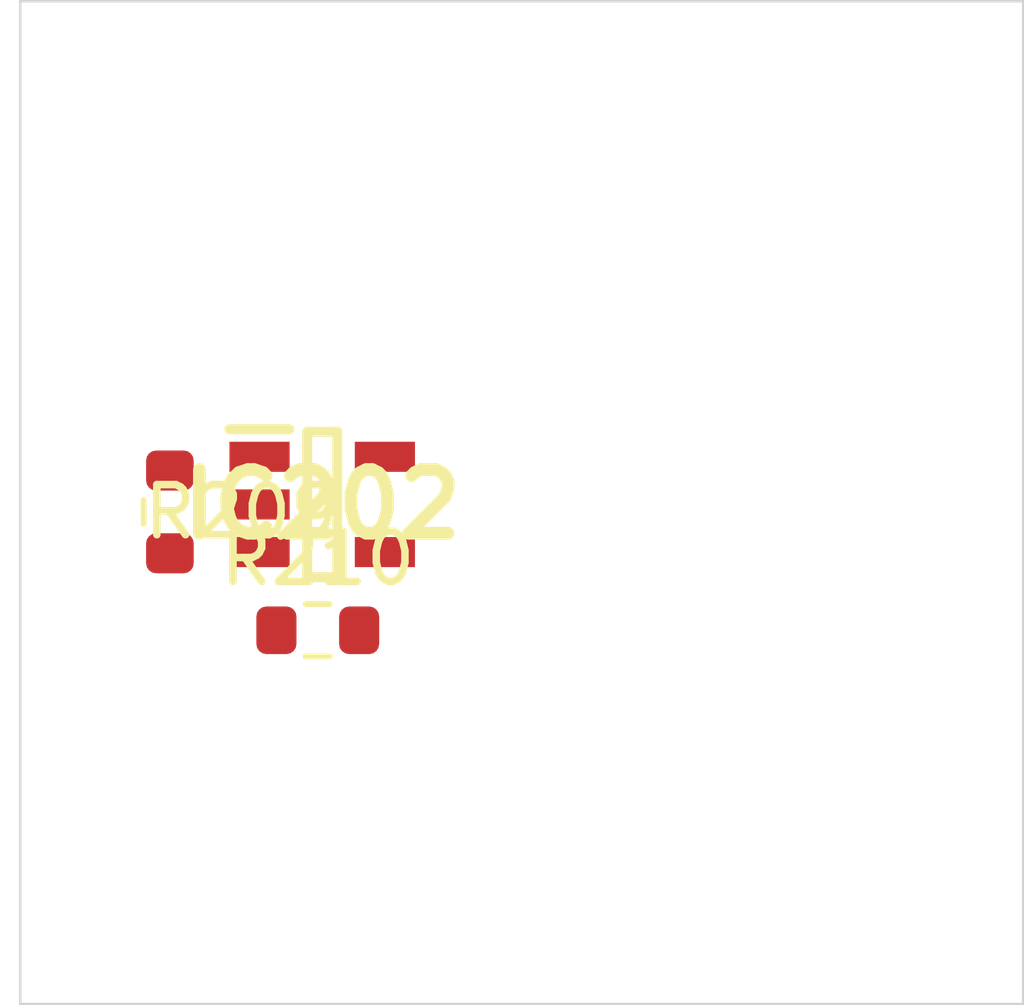
<source format=kicad_pcb>
 ( kicad_pcb  ( version 20171130 )
 ( host pcbnew 5.1.12-84ad8e8a86~92~ubuntu18.04.1 )
 ( general  ( thickness 1.6 )
 ( drawings 4 )
 ( tracks 0 )
 ( zones 0 )
 ( modules 3 )
 ( nets 5 )
)
 ( page A4 )
 ( layers  ( 0 F.Cu signal )
 ( 31 B.Cu signal )
 ( 32 B.Adhes user )
 ( 33 F.Adhes user )
 ( 34 B.Paste user )
 ( 35 F.Paste user )
 ( 36 B.SilkS user )
 ( 37 F.SilkS user )
 ( 38 B.Mask user )
 ( 39 F.Mask user )
 ( 40 Dwgs.User user )
 ( 41 Cmts.User user )
 ( 42 Eco1.User user )
 ( 43 Eco2.User user )
 ( 44 Edge.Cuts user )
 ( 45 Margin user )
 ( 46 B.CrtYd user )
 ( 47 F.CrtYd user )
 ( 48 B.Fab user )
 ( 49 F.Fab user )
)
 ( setup  ( last_trace_width 0.25 )
 ( trace_clearance 0.2 )
 ( zone_clearance 0.508 )
 ( zone_45_only no )
 ( trace_min 0.2 )
 ( via_size 0.8 )
 ( via_drill 0.4 )
 ( via_min_size 0.4 )
 ( via_min_drill 0.3 )
 ( uvia_size 0.3 )
 ( uvia_drill 0.1 )
 ( uvias_allowed no )
 ( uvia_min_size 0.2 )
 ( uvia_min_drill 0.1 )
 ( edge_width 0.05 )
 ( segment_width 0.2 )
 ( pcb_text_width 0.3 )
 ( pcb_text_size 1.5 1.5 )
 ( mod_edge_width 0.12 )
 ( mod_text_size 1 1 )
 ( mod_text_width 0.15 )
 ( pad_size 1.524 1.524 )
 ( pad_drill 0.762 )
 ( pad_to_mask_clearance 0 )
 ( aux_axis_origin 0 0 )
 ( visible_elements FFFFFF7F )
 ( pcbplotparams  ( layerselection 0x010fc_ffffffff )
 ( usegerberextensions false )
 ( usegerberattributes true )
 ( usegerberadvancedattributes true )
 ( creategerberjobfile true )
 ( excludeedgelayer true )
 ( linewidth 0.100000 )
 ( plotframeref false )
 ( viasonmask false )
 ( mode 1 )
 ( useauxorigin false )
 ( hpglpennumber 1 )
 ( hpglpenspeed 20 )
 ( hpglpendiameter 15.000000 )
 ( psnegative false )
 ( psa4output false )
 ( plotreference true )
 ( plotvalue true )
 ( plotinvisibletext false )
 ( padsonsilk false )
 ( subtractmaskfromsilk false )
 ( outputformat 1 )
 ( mirror false )
 ( drillshape 1 )
 ( scaleselection 1 )
 ( outputdirectory "" )
)
)
 ( net 0 "" )
 ( net 1 GND )
 ( net 2 VDDA )
 ( net 3 /Sheet6235D886/vp )
 ( net 4 "Net-(IC202-Pad3)" )
 ( net_class Default "This is the default net class."  ( clearance 0.2 )
 ( trace_width 0.25 )
 ( via_dia 0.8 )
 ( via_drill 0.4 )
 ( uvia_dia 0.3 )
 ( uvia_drill 0.1 )
 ( add_net /Sheet6235D886/vp )
 ( add_net GND )
 ( add_net "Net-(IC202-Pad3)" )
 ( add_net VDDA )
)
 ( module SOT95P280X145-5N locked  ( layer F.Cu )
 ( tedit 62336ED7 )
 ( tstamp 623423ED )
 ( at 86.020900 110.035000 )
 ( descr DBV0005A )
 ( tags "Integrated Circuit" )
 ( path /6235D887/6266C08E )
 ( attr smd )
 ( fp_text reference IC202  ( at 0 0 )
 ( layer F.SilkS )
 ( effects  ( font  ( size 1.27 1.27 )
 ( thickness 0.254 )
)
)
)
 ( fp_text value TL071HIDBVR  ( at 0 0 )
 ( layer F.SilkS )
hide  ( effects  ( font  ( size 1.27 1.27 )
 ( thickness 0.254 )
)
)
)
 ( fp_line  ( start -1.85 -1.5 )
 ( end -0.65 -1.5 )
 ( layer F.SilkS )
 ( width 0.2 )
)
 ( fp_line  ( start -0.3 1.45 )
 ( end -0.3 -1.45 )
 ( layer F.SilkS )
 ( width 0.2 )
)
 ( fp_line  ( start 0.3 1.45 )
 ( end -0.3 1.45 )
 ( layer F.SilkS )
 ( width 0.2 )
)
 ( fp_line  ( start 0.3 -1.45 )
 ( end 0.3 1.45 )
 ( layer F.SilkS )
 ( width 0.2 )
)
 ( fp_line  ( start -0.3 -1.45 )
 ( end 0.3 -1.45 )
 ( layer F.SilkS )
 ( width 0.2 )
)
 ( fp_line  ( start -0.8 -0.5 )
 ( end 0.15 -1.45 )
 ( layer Dwgs.User )
 ( width 0.1 )
)
 ( fp_line  ( start -0.8 1.45 )
 ( end -0.8 -1.45 )
 ( layer Dwgs.User )
 ( width 0.1 )
)
 ( fp_line  ( start 0.8 1.45 )
 ( end -0.8 1.45 )
 ( layer Dwgs.User )
 ( width 0.1 )
)
 ( fp_line  ( start 0.8 -1.45 )
 ( end 0.8 1.45 )
 ( layer Dwgs.User )
 ( width 0.1 )
)
 ( fp_line  ( start -0.8 -1.45 )
 ( end 0.8 -1.45 )
 ( layer Dwgs.User )
 ( width 0.1 )
)
 ( fp_line  ( start -2.1 1.775 )
 ( end -2.1 -1.775 )
 ( layer Dwgs.User )
 ( width 0.05 )
)
 ( fp_line  ( start 2.1 1.775 )
 ( end -2.1 1.775 )
 ( layer Dwgs.User )
 ( width 0.05 )
)
 ( fp_line  ( start 2.1 -1.775 )
 ( end 2.1 1.775 )
 ( layer Dwgs.User )
 ( width 0.05 )
)
 ( fp_line  ( start -2.1 -1.775 )
 ( end 2.1 -1.775 )
 ( layer Dwgs.User )
 ( width 0.05 )
)
 ( pad 1 smd rect  ( at -1.25 -0.95 90.000000 )
 ( size 0.6 1.2 )
 ( layers F.Cu F.Mask F.Paste )
 ( net 3 /Sheet6235D886/vp )
)
 ( pad 2 smd rect  ( at -1.25 0 90.000000 )
 ( size 0.6 1.2 )
 ( layers F.Cu F.Mask F.Paste )
 ( net 1 GND )
)
 ( pad 3 smd rect  ( at -1.25 0.95 90.000000 )
 ( size 0.6 1.2 )
 ( layers F.Cu F.Mask F.Paste )
 ( net 4 "Net-(IC202-Pad3)" )
)
 ( pad 4 smd rect  ( at 1.25 0.95 90.000000 )
 ( size 0.6 1.2 )
 ( layers F.Cu F.Mask F.Paste )
 ( net 3 /Sheet6235D886/vp )
)
 ( pad 5 smd rect  ( at 1.25 -0.95 90.000000 )
 ( size 0.6 1.2 )
 ( layers F.Cu F.Mask F.Paste )
 ( net 2 VDDA )
)
)
 ( module Resistor_SMD:R_0603_1608Metric  ( layer F.Cu )
 ( tedit 5F68FEEE )
 ( tstamp 62342595 )
 ( at 82.983200 110.184000 270.000000 )
 ( descr "Resistor SMD 0603 (1608 Metric), square (rectangular) end terminal, IPC_7351 nominal, (Body size source: IPC-SM-782 page 72, https://www.pcb-3d.com/wordpress/wp-content/uploads/ipc-sm-782a_amendment_1_and_2.pdf), generated with kicad-footprint-generator" )
 ( tags resistor )
 ( path /6235D887/623CDBD9 )
 ( attr smd )
 ( fp_text reference R209  ( at 0 -1.43 )
 ( layer F.SilkS )
 ( effects  ( font  ( size 1 1 )
 ( thickness 0.15 )
)
)
)
 ( fp_text value 100k  ( at 0 1.43 )
 ( layer F.Fab )
 ( effects  ( font  ( size 1 1 )
 ( thickness 0.15 )
)
)
)
 ( fp_line  ( start -0.8 0.4125 )
 ( end -0.8 -0.4125 )
 ( layer F.Fab )
 ( width 0.1 )
)
 ( fp_line  ( start -0.8 -0.4125 )
 ( end 0.8 -0.4125 )
 ( layer F.Fab )
 ( width 0.1 )
)
 ( fp_line  ( start 0.8 -0.4125 )
 ( end 0.8 0.4125 )
 ( layer F.Fab )
 ( width 0.1 )
)
 ( fp_line  ( start 0.8 0.4125 )
 ( end -0.8 0.4125 )
 ( layer F.Fab )
 ( width 0.1 )
)
 ( fp_line  ( start -0.237258 -0.5225 )
 ( end 0.237258 -0.5225 )
 ( layer F.SilkS )
 ( width 0.12 )
)
 ( fp_line  ( start -0.237258 0.5225 )
 ( end 0.237258 0.5225 )
 ( layer F.SilkS )
 ( width 0.12 )
)
 ( fp_line  ( start -1.48 0.73 )
 ( end -1.48 -0.73 )
 ( layer F.CrtYd )
 ( width 0.05 )
)
 ( fp_line  ( start -1.48 -0.73 )
 ( end 1.48 -0.73 )
 ( layer F.CrtYd )
 ( width 0.05 )
)
 ( fp_line  ( start 1.48 -0.73 )
 ( end 1.48 0.73 )
 ( layer F.CrtYd )
 ( width 0.05 )
)
 ( fp_line  ( start 1.48 0.73 )
 ( end -1.48 0.73 )
 ( layer F.CrtYd )
 ( width 0.05 )
)
 ( fp_text user %R  ( at 0 0 )
 ( layer F.Fab )
 ( effects  ( font  ( size 0.4 0.4 )
 ( thickness 0.06 )
)
)
)
 ( pad 1 smd roundrect  ( at -0.825 0 270.000000 )
 ( size 0.8 0.95 )
 ( layers F.Cu F.Mask F.Paste )
 ( roundrect_rratio 0.25 )
 ( net 2 VDDA )
)
 ( pad 2 smd roundrect  ( at 0.825 0 270.000000 )
 ( size 0.8 0.95 )
 ( layers F.Cu F.Mask F.Paste )
 ( roundrect_rratio 0.25 )
 ( net 4 "Net-(IC202-Pad3)" )
)
 ( model ${KISYS3DMOD}/Resistor_SMD.3dshapes/R_0603_1608Metric.wrl  ( at  ( xyz 0 0 0 )
)
 ( scale  ( xyz 1 1 1 )
)
 ( rotate  ( xyz 0 0 0 )
)
)
)
 ( module Resistor_SMD:R_0603_1608Metric  ( layer F.Cu )
 ( tedit 5F68FEEE )
 ( tstamp 623425A6 )
 ( at 85.932300 112.545000 )
 ( descr "Resistor SMD 0603 (1608 Metric), square (rectangular) end terminal, IPC_7351 nominal, (Body size source: IPC-SM-782 page 72, https://www.pcb-3d.com/wordpress/wp-content/uploads/ipc-sm-782a_amendment_1_and_2.pdf), generated with kicad-footprint-generator" )
 ( tags resistor )
 ( path /6235D887/623CDBDF )
 ( attr smd )
 ( fp_text reference R210  ( at 0 -1.43 )
 ( layer F.SilkS )
 ( effects  ( font  ( size 1 1 )
 ( thickness 0.15 )
)
)
)
 ( fp_text value 100k  ( at 0 1.43 )
 ( layer F.Fab )
 ( effects  ( font  ( size 1 1 )
 ( thickness 0.15 )
)
)
)
 ( fp_line  ( start 1.48 0.73 )
 ( end -1.48 0.73 )
 ( layer F.CrtYd )
 ( width 0.05 )
)
 ( fp_line  ( start 1.48 -0.73 )
 ( end 1.48 0.73 )
 ( layer F.CrtYd )
 ( width 0.05 )
)
 ( fp_line  ( start -1.48 -0.73 )
 ( end 1.48 -0.73 )
 ( layer F.CrtYd )
 ( width 0.05 )
)
 ( fp_line  ( start -1.48 0.73 )
 ( end -1.48 -0.73 )
 ( layer F.CrtYd )
 ( width 0.05 )
)
 ( fp_line  ( start -0.237258 0.5225 )
 ( end 0.237258 0.5225 )
 ( layer F.SilkS )
 ( width 0.12 )
)
 ( fp_line  ( start -0.237258 -0.5225 )
 ( end 0.237258 -0.5225 )
 ( layer F.SilkS )
 ( width 0.12 )
)
 ( fp_line  ( start 0.8 0.4125 )
 ( end -0.8 0.4125 )
 ( layer F.Fab )
 ( width 0.1 )
)
 ( fp_line  ( start 0.8 -0.4125 )
 ( end 0.8 0.4125 )
 ( layer F.Fab )
 ( width 0.1 )
)
 ( fp_line  ( start -0.8 -0.4125 )
 ( end 0.8 -0.4125 )
 ( layer F.Fab )
 ( width 0.1 )
)
 ( fp_line  ( start -0.8 0.4125 )
 ( end -0.8 -0.4125 )
 ( layer F.Fab )
 ( width 0.1 )
)
 ( fp_text user %R  ( at 0 0 )
 ( layer F.Fab )
 ( effects  ( font  ( size 0.4 0.4 )
 ( thickness 0.06 )
)
)
)
 ( pad 2 smd roundrect  ( at 0.825 0 )
 ( size 0.8 0.95 )
 ( layers F.Cu F.Mask F.Paste )
 ( roundrect_rratio 0.25 )
 ( net 1 GND )
)
 ( pad 1 smd roundrect  ( at -0.825 0 )
 ( size 0.8 0.95 )
 ( layers F.Cu F.Mask F.Paste )
 ( roundrect_rratio 0.25 )
 ( net 4 "Net-(IC202-Pad3)" )
)
 ( model ${KISYS3DMOD}/Resistor_SMD.3dshapes/R_0603_1608Metric.wrl  ( at  ( xyz 0 0 0 )
)
 ( scale  ( xyz 1 1 1 )
)
 ( rotate  ( xyz 0 0 0 )
)
)
)
 ( gr_line  ( start 100 100 )
 ( end 100 120 )
 ( layer Edge.Cuts )
 ( width 0.05 )
 ( tstamp 62E770C4 )
)
 ( gr_line  ( start 80 120 )
 ( end 100 120 )
 ( layer Edge.Cuts )
 ( width 0.05 )
 ( tstamp 62E770C0 )
)
 ( gr_line  ( start 80 100 )
 ( end 100 100 )
 ( layer Edge.Cuts )
 ( width 0.05 )
 ( tstamp 6234110C )
)
 ( gr_line  ( start 80 100 )
 ( end 80 120 )
 ( layer Edge.Cuts )
 ( width 0.05 )
)
)

</source>
